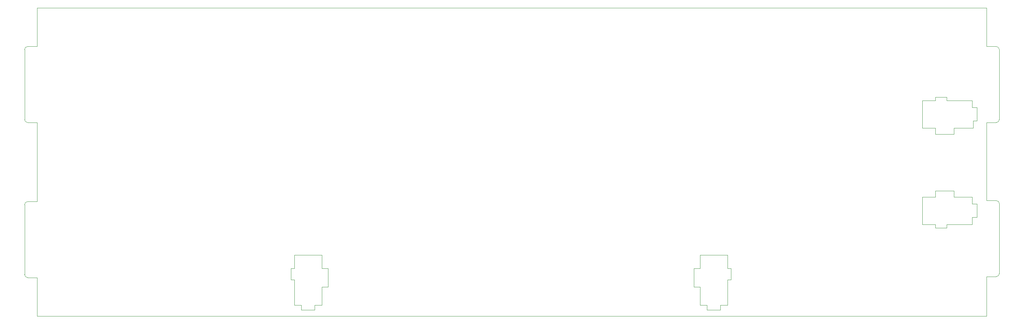
<source format=gbr>
%TF.GenerationSoftware,KiCad,Pcbnew,8.0.3*%
%TF.CreationDate,2024-07-17T12:37:23+01:00*%
%TF.ProjectId,keyboard,6b657962-6f61-4726-942e-6b696361645f,rev?*%
%TF.SameCoordinates,Original*%
%TF.FileFunction,Profile,NP*%
%FSLAX46Y46*%
G04 Gerber Fmt 4.6, Leading zero omitted, Abs format (unit mm)*
G04 Created by KiCad (PCBNEW 8.0.3) date 2024-07-17 12:37:23*
%MOMM*%
%LPD*%
G01*
G04 APERTURE LIST*
%TA.AperFunction,Profile*%
%ADD10C,0.100000*%
%TD*%
%TA.AperFunction,Profile*%
%ADD11C,0.050000*%
%TD*%
G04 APERTURE END LIST*
D10*
X23250000Y-104500000D02*
G75*
G02*
X22500000Y-103750000I0J750000D01*
G01*
X259575000Y-104250000D02*
X259575000Y-114000000D01*
X259575000Y-66250000D02*
X259575000Y-85500000D01*
X23250000Y-66250000D02*
G75*
G02*
X22500000Y-65500000I0J750000D01*
G01*
X25575000Y-38000000D02*
X259575000Y-38000000D01*
X262000000Y-104250000D02*
X259575000Y-104250000D01*
X262750000Y-65500000D02*
G75*
G02*
X262000000Y-66250000I-750000J0D01*
G01*
X262747157Y-103500000D02*
X262750000Y-86250000D01*
X259575000Y-38000000D02*
X259575000Y-47500000D01*
X22500000Y-86500000D02*
G75*
G02*
X23250000Y-85750000I750000J0D01*
G01*
X262000000Y-47500000D02*
X259575000Y-47500000D01*
X23250000Y-85750000D02*
X25575000Y-85750000D01*
X262750000Y-65500000D02*
X262750000Y-48250000D01*
X25575000Y-114000000D02*
X25575000Y-104500000D01*
X23250000Y-47500000D02*
X25585000Y-47500000D01*
X22500000Y-48250000D02*
G75*
G02*
X23250000Y-47500000I750000J0D01*
G01*
X23250000Y-104500000D02*
X25575000Y-104500000D01*
X25585000Y-47500000D02*
X25575000Y-38000000D01*
X22500000Y-86500000D02*
X22500000Y-103750000D01*
X25575000Y-85750000D02*
X25585000Y-66247157D01*
X262000000Y-47500000D02*
G75*
G02*
X262750000Y-48250000I0J-750000D01*
G01*
X262000000Y-66250000D02*
X259575000Y-66250000D01*
X259575000Y-114000000D02*
X25575000Y-114000000D01*
X23250000Y-66250000D02*
X25585000Y-66247157D01*
X262000000Y-85500000D02*
X259575000Y-85500000D01*
X262000000Y-85500000D02*
G75*
G02*
X262750000Y-86250000I0J-750000D01*
G01*
X262750000Y-103500000D02*
G75*
G02*
X262000000Y-104250000I-750000J0D01*
G01*
X22500000Y-48250000D02*
X22500000Y-65500000D01*
D11*
%TO.C,S1*%
X246992401Y-92205910D02*
X246992401Y-91380450D01*
X249791301Y-92205910D02*
X246992401Y-92205910D01*
X243762301Y-91380450D02*
X243762301Y-84630800D01*
X246992401Y-91380450D02*
X243762301Y-91380450D01*
X249791301Y-91380450D02*
X249791301Y-92205910D01*
X256061201Y-91380450D02*
X249791301Y-91380450D01*
X256061201Y-89655160D02*
X256061201Y-91380450D01*
X257261401Y-89655160D02*
X256061201Y-89655160D01*
X256061201Y-86356150D02*
X257261401Y-86356150D01*
X257261401Y-86356150D02*
X257261401Y-89655160D01*
X243762301Y-84630800D02*
X246992401Y-84630800D01*
X246992401Y-84630800D02*
X246992401Y-83105300D01*
X251592201Y-84630800D02*
X256061201Y-84630800D01*
X256061201Y-84630800D02*
X256061201Y-86356150D01*
X246992401Y-83105300D02*
X251592201Y-83105300D01*
X251592201Y-83105300D02*
X251592201Y-84630800D01*
X246992401Y-69105900D02*
X246992401Y-67580400D01*
X251592201Y-69105900D02*
X246992401Y-69105900D01*
X243762301Y-67580400D02*
X243762301Y-60830700D01*
X246992401Y-67580400D02*
X243762301Y-67580400D01*
X251592201Y-67580400D02*
X251592201Y-69105900D01*
X256291201Y-67580400D02*
X251592201Y-67580400D01*
X256303107Y-65855100D02*
X256291201Y-67580400D01*
X257261401Y-65855100D02*
X256303107Y-65855100D01*
X256061201Y-62556000D02*
X257261401Y-62556000D01*
X257261401Y-62556000D02*
X257261401Y-65855100D01*
X243762301Y-60830700D02*
X246992401Y-60830700D01*
X246992401Y-60830700D02*
X246992401Y-60005300D01*
X249791301Y-60830700D02*
X256061201Y-60830700D01*
X256061201Y-60830700D02*
X256061201Y-62556000D01*
X246992401Y-60005300D02*
X249791301Y-60005300D01*
X249791301Y-60005300D02*
X249791301Y-60830700D01*
%TO.C,S2*%
X95743500Y-98970501D02*
X95743500Y-102200700D01*
X95743500Y-102200700D02*
X97269500Y-102200700D01*
X97269500Y-102200700D02*
X97269500Y-106800600D01*
X97269500Y-106800600D02*
X95743500Y-106800600D01*
X95743500Y-106800600D02*
X95743500Y-111269500D01*
X95743500Y-111269500D02*
X94018200Y-111269500D01*
X94018200Y-111269500D02*
X94018200Y-112469800D01*
X94018200Y-112469800D02*
X90719190Y-112469800D01*
X90719190Y-112469800D02*
X90719190Y-111269500D01*
X90719190Y-111269500D02*
X88993900Y-111269500D01*
X88993900Y-111269500D02*
X88993900Y-104999500D01*
X88993900Y-104999500D02*
X88168430Y-104999500D01*
X88168430Y-104999500D02*
X88168430Y-102200700D01*
X88168430Y-102200700D02*
X88993900Y-102200700D01*
X88993900Y-102200700D02*
X88993900Y-98970501D01*
X88993900Y-98970501D02*
X95743500Y-98970501D01*
X187468099Y-106800600D02*
X187468099Y-102200700D01*
X187468099Y-102200700D02*
X188994100Y-102200700D01*
X188994100Y-102200700D02*
X188994100Y-98970501D01*
X188994100Y-98970501D02*
X195743100Y-98970501D01*
X195743100Y-98970501D02*
X195743100Y-102200700D01*
X195743100Y-102200700D02*
X196569099Y-102200700D01*
X196569099Y-102200700D02*
X196569099Y-104999500D01*
X196569099Y-104999500D02*
X195743100Y-104999500D01*
X195743100Y-104999500D02*
X195743100Y-111269500D01*
X195743100Y-111269500D02*
X194018100Y-111269500D01*
X194018100Y-111269500D02*
X194018100Y-112469800D01*
X194018100Y-112469800D02*
X190718099Y-112469800D01*
X190718099Y-112469800D02*
X190718099Y-111269500D01*
X190718099Y-111269500D02*
X188994100Y-111269500D01*
X188994100Y-111269500D02*
X188994100Y-106800600D01*
X188994100Y-106800600D02*
X187468099Y-106800600D01*
%TD*%
M02*

</source>
